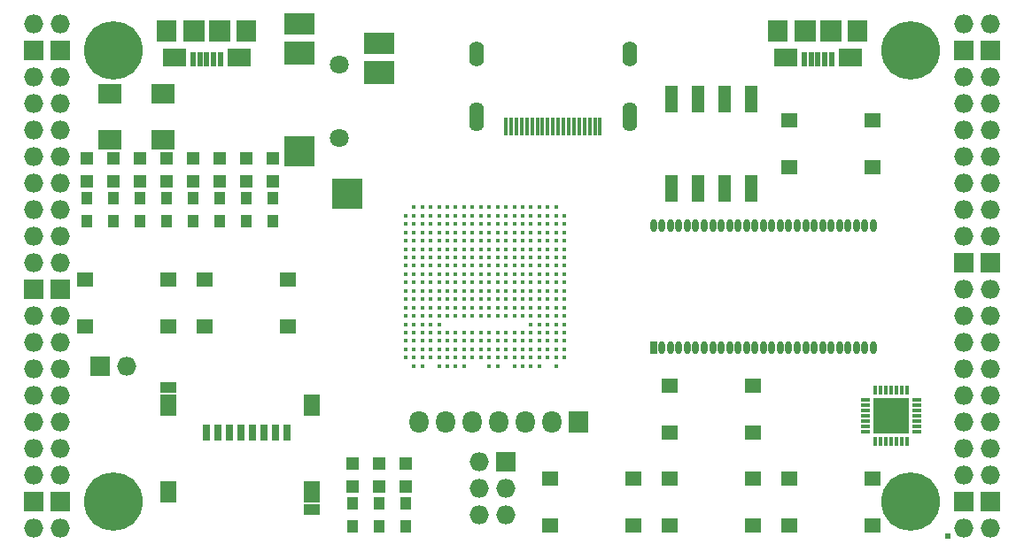
<source format=gts>
G04 #@! TF.FileFunction,Soldermask,Top*
%FSLAX46Y46*%
G04 Gerber Fmt 4.6, Leading zero omitted, Abs format (unit mm)*
G04 Created by KiCad (PCBNEW 4.0.7+dfsg1-1) date Sat Dec  9 02:02:02 2017*
%MOMM*%
%LPD*%
G01*
G04 APERTURE LIST*
%ADD10C,0.100000*%
%ADD11O,1.827200X1.827200*%
%ADD12R,1.827200X1.827200*%
%ADD13R,0.600000X0.600000*%
%ADD14C,5.600000*%
%ADD15R,1.000000X1.300000*%
%ADD16R,2.200000X1.700000*%
%ADD17R,2.000000X2.000000*%
%ADD18R,0.500000X1.450000*%
%ADD19R,1.900000X2.000000*%
%ADD20O,0.950000X0.400000*%
%ADD21O,0.400000X0.950000*%
%ADD22R,1.775000X1.775000*%
%ADD23R,1.827200X2.132000*%
%ADD24O,1.827200X2.132000*%
%ADD25R,1.650000X1.400000*%
%ADD26R,1.220000X2.540000*%
%ADD27C,0.430000*%
%ADD28R,1.300000X1.300000*%
%ADD29R,2.900000X2.100000*%
%ADD30R,2.900000X2.300000*%
%ADD31R,2.900000X2.900000*%
%ADD32C,1.800000*%
%ADD33O,1.400000X2.800000*%
%ADD34O,1.400000X2.400000*%
%ADD35R,0.350000X1.700000*%
%ADD36O,0.660000X1.200000*%
%ADD37R,0.660000X1.200000*%
%ADD38R,0.800000X1.600000*%
%ADD39R,1.550000X1.000000*%
%ADD40R,1.550000X2.100000*%
%ADD41R,2.300000X1.900000*%
G04 APERTURE END LIST*
D10*
D11*
X97910000Y-62690000D03*
X95370000Y-62690000D03*
D12*
X97910000Y-65230000D03*
X95370000Y-65230000D03*
D11*
X97910000Y-67770000D03*
X95370000Y-67770000D03*
X97910000Y-70310000D03*
X95370000Y-70310000D03*
X97910000Y-72850000D03*
X95370000Y-72850000D03*
X97910000Y-75390000D03*
X95370000Y-75390000D03*
X97910000Y-77930000D03*
X95370000Y-77930000D03*
X97910000Y-80470000D03*
X95370000Y-80470000D03*
X97910000Y-83010000D03*
X95370000Y-83010000D03*
X97910000Y-85550000D03*
X95370000Y-85550000D03*
D12*
X97910000Y-88090000D03*
X95370000Y-88090000D03*
D11*
X97910000Y-90630000D03*
X95370000Y-90630000D03*
X97910000Y-93170000D03*
X95370000Y-93170000D03*
X97910000Y-95710000D03*
X95370000Y-95710000D03*
X97910000Y-98250000D03*
X95370000Y-98250000D03*
X97910000Y-100790000D03*
X95370000Y-100790000D03*
X97910000Y-103330000D03*
X95370000Y-103330000D03*
X97910000Y-105870000D03*
X95370000Y-105870000D03*
D12*
X97910000Y-108410000D03*
X95370000Y-108410000D03*
D11*
X97910000Y-110950000D03*
X95370000Y-110950000D03*
D13*
X182675150Y-111637626D03*
D11*
X184270000Y-110950000D03*
X186810000Y-110950000D03*
D12*
X184270000Y-108410000D03*
X186810000Y-108410000D03*
D11*
X184270000Y-105870000D03*
X186810000Y-105870000D03*
X184270000Y-103330000D03*
X186810000Y-103330000D03*
X184270000Y-100790000D03*
X186810000Y-100790000D03*
X184270000Y-98250000D03*
X186810000Y-98250000D03*
X184270000Y-95710000D03*
X186810000Y-95710000D03*
X184270000Y-93170000D03*
X186810000Y-93170000D03*
X184270000Y-90630000D03*
X186810000Y-90630000D03*
X184270000Y-88090000D03*
X186810000Y-88090000D03*
D12*
X184270000Y-85550000D03*
X186810000Y-85550000D03*
D11*
X184270000Y-83010000D03*
X186810000Y-83010000D03*
X184270000Y-80470000D03*
X186810000Y-80470000D03*
X184270000Y-77930000D03*
X186810000Y-77930000D03*
X184270000Y-75390000D03*
X186810000Y-75390000D03*
X184270000Y-72850000D03*
X186810000Y-72850000D03*
X184270000Y-70310000D03*
X186810000Y-70310000D03*
X184270000Y-67770000D03*
X186810000Y-67770000D03*
D12*
X184270000Y-65230000D03*
X186810000Y-65230000D03*
D11*
X184270000Y-62690000D03*
X186810000Y-62690000D03*
D14*
X102990000Y-108410000D03*
X179190000Y-108410000D03*
X179190000Y-65230000D03*
X102990000Y-65230000D03*
D12*
X101720000Y-95456000D03*
D11*
X104260000Y-95456000D03*
D15*
X128390000Y-108580000D03*
X128390000Y-110780000D03*
X130930000Y-110780000D03*
X130930000Y-108580000D03*
D16*
X114980000Y-65875000D03*
X108780000Y-65875000D03*
D17*
X113080000Y-63325000D03*
X110680000Y-63325000D03*
D18*
X113180000Y-66000000D03*
X112530000Y-66000000D03*
X111880000Y-66000000D03*
X111230000Y-66000000D03*
X110580000Y-66000000D03*
D19*
X115680000Y-63325000D03*
X108080000Y-63325000D03*
D16*
X173400000Y-65875000D03*
X167200000Y-65875000D03*
D17*
X171500000Y-63325000D03*
X169100000Y-63325000D03*
D18*
X171600000Y-66000000D03*
X170950000Y-66000000D03*
X170300000Y-66000000D03*
X169650000Y-66000000D03*
X169000000Y-66000000D03*
D19*
X174100000Y-63325000D03*
X166500000Y-63325000D03*
D12*
X140455000Y-104600000D03*
D11*
X137915000Y-104600000D03*
X140455000Y-107140000D03*
X137915000Y-107140000D03*
X140455000Y-109680000D03*
X137915000Y-109680000D03*
D15*
X118230000Y-81570000D03*
X118230000Y-79370000D03*
X115690000Y-81570000D03*
X115690000Y-79370000D03*
X113150000Y-81570000D03*
X113150000Y-79370000D03*
X110610000Y-81570000D03*
X110610000Y-79370000D03*
X108070000Y-81570000D03*
X108070000Y-79370000D03*
X105530000Y-81570000D03*
X105530000Y-79370000D03*
X102990000Y-81570000D03*
X102990000Y-79370000D03*
X100450000Y-81570000D03*
X100450000Y-79370000D03*
D20*
X179735000Y-101655000D03*
X179735000Y-101155000D03*
X179735000Y-100655000D03*
X179735000Y-100155000D03*
X179735000Y-99655000D03*
X179735000Y-99155000D03*
X179735000Y-98655000D03*
D21*
X178785000Y-97705000D03*
X178285000Y-97705000D03*
X177785000Y-97705000D03*
X177285000Y-97705000D03*
X176785000Y-97705000D03*
X176285000Y-97705000D03*
X175785000Y-97705000D03*
D20*
X174835000Y-98655000D03*
X174835000Y-99155000D03*
X174835000Y-99655000D03*
X174835000Y-100155000D03*
X174835000Y-100655000D03*
X174835000Y-101155000D03*
X174835000Y-101655000D03*
D21*
X175785000Y-102605000D03*
X176285000Y-102605000D03*
X176785000Y-102605000D03*
X177285000Y-102605000D03*
X177785000Y-102605000D03*
X178285000Y-102605000D03*
X178785000Y-102605000D03*
D22*
X176447500Y-99317500D03*
X176447500Y-100992500D03*
X178122500Y-99317500D03*
X178122500Y-100992500D03*
D23*
X147440000Y-100790000D03*
D24*
X144900000Y-100790000D03*
X142360000Y-100790000D03*
X139820000Y-100790000D03*
X137280000Y-100790000D03*
X134740000Y-100790000D03*
X132200000Y-100790000D03*
D25*
X175550000Y-71870000D03*
X175550000Y-76370000D03*
X167590000Y-76370000D03*
X167590000Y-71870000D03*
X100280000Y-91610000D03*
X100280000Y-87110000D03*
X108240000Y-87110000D03*
X108240000Y-91610000D03*
X111710000Y-91610000D03*
X111710000Y-87110000D03*
X119670000Y-87110000D03*
X119670000Y-91610000D03*
X156160000Y-101770000D03*
X156160000Y-97270000D03*
X164120000Y-97270000D03*
X164120000Y-101770000D03*
X164120000Y-106160000D03*
X164120000Y-110660000D03*
X156160000Y-110660000D03*
X156160000Y-106160000D03*
X152690000Y-106160000D03*
X152690000Y-110660000D03*
X144730000Y-110660000D03*
X144730000Y-106160000D03*
X175550000Y-106160000D03*
X175550000Y-110660000D03*
X167590000Y-110660000D03*
X167590000Y-106160000D03*
D26*
X156330000Y-78425000D03*
X163950000Y-69815000D03*
X158870000Y-78425000D03*
X161410000Y-69815000D03*
X161410000Y-78425000D03*
X158870000Y-69815000D03*
X163950000Y-78425000D03*
X156330000Y-69815000D03*
D27*
X131680000Y-80200000D03*
X132480000Y-80200000D03*
X133280000Y-80200000D03*
X134080000Y-80200000D03*
X134880000Y-80200000D03*
X135680000Y-80200000D03*
X136480000Y-80200000D03*
X137280000Y-80200000D03*
X138080000Y-80200000D03*
X138880000Y-80200000D03*
X139680000Y-80200000D03*
X140480000Y-80200000D03*
X141280000Y-80200000D03*
X142080000Y-80200000D03*
X142880000Y-80200000D03*
X143680000Y-80200000D03*
X144480000Y-80200000D03*
X145280000Y-80200000D03*
X130880000Y-81000000D03*
X131680000Y-81000000D03*
X132480000Y-81000000D03*
X133280000Y-81000000D03*
X134080000Y-81000000D03*
X134880000Y-81000000D03*
X135680000Y-81000000D03*
X136480000Y-81000000D03*
X137280000Y-81000000D03*
X138080000Y-81000000D03*
X138880000Y-81000000D03*
X139680000Y-81000000D03*
X140480000Y-81000000D03*
X141280000Y-81000000D03*
X142080000Y-81000000D03*
X142880000Y-81000000D03*
X143680000Y-81000000D03*
X144480000Y-81000000D03*
X145280000Y-81000000D03*
X146080000Y-81000000D03*
X130880000Y-81800000D03*
X131680000Y-81800000D03*
X132480000Y-81800000D03*
X133280000Y-81800000D03*
X134080000Y-81800000D03*
X134880000Y-81800000D03*
X135680000Y-81800000D03*
X136480000Y-81800000D03*
X137280000Y-81800000D03*
X138080000Y-81800000D03*
X138880000Y-81800000D03*
X139680000Y-81800000D03*
X140480000Y-81800000D03*
X141280000Y-81800000D03*
X142080000Y-81800000D03*
X142880000Y-81800000D03*
X143680000Y-81800000D03*
X144480000Y-81800000D03*
X145280000Y-81800000D03*
X146080000Y-81800000D03*
X130880000Y-82600000D03*
X131680000Y-82600000D03*
X132480000Y-82600000D03*
X133280000Y-82600000D03*
X134080000Y-82600000D03*
X134880000Y-82600000D03*
X135680000Y-82600000D03*
X136480000Y-82600000D03*
X137280000Y-82600000D03*
X138080000Y-82600000D03*
X138880000Y-82600000D03*
X139680000Y-82600000D03*
X140480000Y-82600000D03*
X141280000Y-82600000D03*
X142080000Y-82600000D03*
X142880000Y-82600000D03*
X143680000Y-82600000D03*
X144480000Y-82600000D03*
X145280000Y-82600000D03*
X146080000Y-82600000D03*
X130880000Y-83400000D03*
X131680000Y-83400000D03*
X132480000Y-83400000D03*
X133280000Y-83400000D03*
X134080000Y-83400000D03*
X134880000Y-83400000D03*
X135680000Y-83400000D03*
X136480000Y-83400000D03*
X137280000Y-83400000D03*
X138080000Y-83400000D03*
X138880000Y-83400000D03*
X139680000Y-83400000D03*
X140480000Y-83400000D03*
X141280000Y-83400000D03*
X142080000Y-83400000D03*
X142880000Y-83400000D03*
X143680000Y-83400000D03*
X144480000Y-83400000D03*
X145280000Y-83400000D03*
X146080000Y-83400000D03*
X130880000Y-84200000D03*
X131680000Y-84200000D03*
X132480000Y-84200000D03*
X133280000Y-84200000D03*
X134080000Y-84200000D03*
X134880000Y-84200000D03*
X135680000Y-84200000D03*
X136480000Y-84200000D03*
X137280000Y-84200000D03*
X138080000Y-84200000D03*
X138880000Y-84200000D03*
X139680000Y-84200000D03*
X140480000Y-84200000D03*
X141280000Y-84200000D03*
X142080000Y-84200000D03*
X142880000Y-84200000D03*
X143680000Y-84200000D03*
X144480000Y-84200000D03*
X145280000Y-84200000D03*
X146080000Y-84200000D03*
X130880000Y-85000000D03*
X131680000Y-85000000D03*
X132480000Y-85000000D03*
X133280000Y-85000000D03*
X134080000Y-85000000D03*
X134880000Y-85000000D03*
X135680000Y-85000000D03*
X136480000Y-85000000D03*
X137280000Y-85000000D03*
X138080000Y-85000000D03*
X138880000Y-85000000D03*
X139680000Y-85000000D03*
X140480000Y-85000000D03*
X141280000Y-85000000D03*
X142080000Y-85000000D03*
X142880000Y-85000000D03*
X143680000Y-85000000D03*
X144480000Y-85000000D03*
X145280000Y-85000000D03*
X146080000Y-85000000D03*
X130880000Y-85800000D03*
X131680000Y-85800000D03*
X132480000Y-85800000D03*
X133280000Y-85800000D03*
X134080000Y-85800000D03*
X134880000Y-85800000D03*
X135680000Y-85800000D03*
X136480000Y-85800000D03*
X137280000Y-85800000D03*
X138080000Y-85800000D03*
X138880000Y-85800000D03*
X139680000Y-85800000D03*
X140480000Y-85800000D03*
X141280000Y-85800000D03*
X142080000Y-85800000D03*
X142880000Y-85800000D03*
X143680000Y-85800000D03*
X144480000Y-85800000D03*
X145280000Y-85800000D03*
X146080000Y-85800000D03*
X130880000Y-86600000D03*
X131680000Y-86600000D03*
X132480000Y-86600000D03*
X133280000Y-86600000D03*
X134080000Y-86600000D03*
X134880000Y-86600000D03*
X135680000Y-86600000D03*
X136480000Y-86600000D03*
X137280000Y-86600000D03*
X138080000Y-86600000D03*
X138880000Y-86600000D03*
X139680000Y-86600000D03*
X140480000Y-86600000D03*
X141280000Y-86600000D03*
X142080000Y-86600000D03*
X142880000Y-86600000D03*
X143680000Y-86600000D03*
X144480000Y-86600000D03*
X145280000Y-86600000D03*
X146080000Y-86600000D03*
X130880000Y-87400000D03*
X131680000Y-87400000D03*
X132480000Y-87400000D03*
X133280000Y-87400000D03*
X134080000Y-87400000D03*
X134880000Y-87400000D03*
X135680000Y-87400000D03*
X136480000Y-87400000D03*
X137280000Y-87400000D03*
X138080000Y-87400000D03*
X138880000Y-87400000D03*
X139680000Y-87400000D03*
X140480000Y-87400000D03*
X141280000Y-87400000D03*
X142080000Y-87400000D03*
X142880000Y-87400000D03*
X143680000Y-87400000D03*
X144480000Y-87400000D03*
X145280000Y-87400000D03*
X146080000Y-87400000D03*
X130880000Y-88200000D03*
X131680000Y-88200000D03*
X132480000Y-88200000D03*
X133280000Y-88200000D03*
X134080000Y-88200000D03*
X134880000Y-88200000D03*
X135680000Y-88200000D03*
X136480000Y-88200000D03*
X137280000Y-88200000D03*
X138080000Y-88200000D03*
X138880000Y-88200000D03*
X139680000Y-88200000D03*
X140480000Y-88200000D03*
X141280000Y-88200000D03*
X142080000Y-88200000D03*
X142880000Y-88200000D03*
X143680000Y-88200000D03*
X144480000Y-88200000D03*
X145280000Y-88200000D03*
X146080000Y-88200000D03*
X130880000Y-89000000D03*
X131680000Y-89000000D03*
X132480000Y-89000000D03*
X133280000Y-89000000D03*
X134080000Y-89000000D03*
X134880000Y-89000000D03*
X135680000Y-89000000D03*
X136480000Y-89000000D03*
X137280000Y-89000000D03*
X138080000Y-89000000D03*
X138880000Y-89000000D03*
X139680000Y-89000000D03*
X140480000Y-89000000D03*
X141280000Y-89000000D03*
X142080000Y-89000000D03*
X142880000Y-89000000D03*
X143680000Y-89000000D03*
X144480000Y-89000000D03*
X145280000Y-89000000D03*
X146080000Y-89000000D03*
X130880000Y-89800000D03*
X131680000Y-89800000D03*
X132480000Y-89800000D03*
X133280000Y-89800000D03*
X134080000Y-89800000D03*
X134880000Y-89800000D03*
X135680000Y-89800000D03*
X136480000Y-89800000D03*
X137280000Y-89800000D03*
X138080000Y-89800000D03*
X138880000Y-89800000D03*
X139680000Y-89800000D03*
X140480000Y-89800000D03*
X141280000Y-89800000D03*
X142080000Y-89800000D03*
X142880000Y-89800000D03*
X143680000Y-89800000D03*
X144480000Y-89800000D03*
X145280000Y-89800000D03*
X146080000Y-89800000D03*
X130880000Y-90600000D03*
X131680000Y-90600000D03*
X132480000Y-90600000D03*
X133280000Y-90600000D03*
X134080000Y-90600000D03*
X134880000Y-90600000D03*
X135680000Y-90600000D03*
X136480000Y-90600000D03*
X137280000Y-90600000D03*
X138080000Y-90600000D03*
X138880000Y-90600000D03*
X139680000Y-90600000D03*
X140480000Y-90600000D03*
X141280000Y-90600000D03*
X142080000Y-90600000D03*
X142880000Y-90600000D03*
X143680000Y-90600000D03*
X144480000Y-90600000D03*
X145280000Y-90600000D03*
X146080000Y-90600000D03*
X130880000Y-91400000D03*
X131680000Y-91400000D03*
X132480000Y-91400000D03*
X133280000Y-91400000D03*
X134080000Y-91400000D03*
X142880000Y-91400000D03*
X143680000Y-91400000D03*
X144480000Y-91400000D03*
X145280000Y-91400000D03*
X146080000Y-91400000D03*
X130880000Y-92200000D03*
X131680000Y-92200000D03*
X132480000Y-92200000D03*
X133280000Y-92200000D03*
X134080000Y-92200000D03*
X134880000Y-92200000D03*
X135680000Y-92200000D03*
X136480000Y-92200000D03*
X137280000Y-92200000D03*
X138080000Y-92200000D03*
X138880000Y-92200000D03*
X139680000Y-92200000D03*
X140480000Y-92200000D03*
X141280000Y-92200000D03*
X142080000Y-92200000D03*
X142880000Y-92200000D03*
X143680000Y-92200000D03*
X144480000Y-92200000D03*
X145280000Y-92200000D03*
X146080000Y-92200000D03*
X130880000Y-93000000D03*
X131680000Y-93000000D03*
X132480000Y-93000000D03*
X133280000Y-93000000D03*
X134080000Y-93000000D03*
X134880000Y-93000000D03*
X135680000Y-93000000D03*
X136480000Y-93000000D03*
X137280000Y-93000000D03*
X138080000Y-93000000D03*
X138880000Y-93000000D03*
X139680000Y-93000000D03*
X140480000Y-93000000D03*
X141280000Y-93000000D03*
X142080000Y-93000000D03*
X142880000Y-93000000D03*
X143680000Y-93000000D03*
X144480000Y-93000000D03*
X145280000Y-93000000D03*
X146080000Y-93000000D03*
X130880000Y-93800000D03*
X131680000Y-93800000D03*
X132480000Y-93800000D03*
X133280000Y-93800000D03*
X134080000Y-93800000D03*
X134880000Y-93800000D03*
X135680000Y-93800000D03*
X136480000Y-93800000D03*
X137280000Y-93800000D03*
X138080000Y-93800000D03*
X138880000Y-93800000D03*
X139680000Y-93800000D03*
X140480000Y-93800000D03*
X141280000Y-93800000D03*
X142080000Y-93800000D03*
X142880000Y-93800000D03*
X143680000Y-93800000D03*
X144480000Y-93800000D03*
X145280000Y-93800000D03*
X146080000Y-93800000D03*
X130880000Y-94600000D03*
X131680000Y-94600000D03*
X132480000Y-94600000D03*
X133280000Y-94600000D03*
X134080000Y-94600000D03*
X134880000Y-94600000D03*
X135680000Y-94600000D03*
X136480000Y-94600000D03*
X137280000Y-94600000D03*
X138080000Y-94600000D03*
X138880000Y-94600000D03*
X139680000Y-94600000D03*
X140480000Y-94600000D03*
X141280000Y-94600000D03*
X142080000Y-94600000D03*
X142880000Y-94600000D03*
X143680000Y-94600000D03*
X144480000Y-94600000D03*
X145280000Y-94600000D03*
X146080000Y-94600000D03*
X131680000Y-95400000D03*
X132480000Y-95400000D03*
X134080000Y-95400000D03*
X134880000Y-95400000D03*
X135680000Y-95400000D03*
X136480000Y-95400000D03*
X138880000Y-95400000D03*
X139680000Y-95400000D03*
X141280000Y-95400000D03*
X142080000Y-95400000D03*
X142880000Y-95400000D03*
X143680000Y-95400000D03*
X145280000Y-95400000D03*
D28*
X125850000Y-104770000D03*
X125850000Y-106970000D03*
D15*
X125850000Y-108580000D03*
X125850000Y-110780000D03*
D28*
X128390000Y-104770000D03*
X128390000Y-106970000D03*
X118230000Y-77760000D03*
X118230000Y-75560000D03*
X115690000Y-77760000D03*
X115690000Y-75560000D03*
X113150000Y-77760000D03*
X113150000Y-75560000D03*
X110610000Y-77760000D03*
X110610000Y-75560000D03*
X108070000Y-77760000D03*
X108070000Y-75560000D03*
X105530000Y-77760000D03*
X105530000Y-75560000D03*
X102990000Y-77760000D03*
X102990000Y-75560000D03*
X100450000Y-77760000D03*
X100450000Y-75560000D03*
X130930000Y-104770000D03*
X130930000Y-106970000D03*
D29*
X120780000Y-62648000D03*
D30*
X120780000Y-65448000D03*
D31*
X120780000Y-74848000D03*
X125330000Y-78948000D03*
D30*
X128380000Y-67348000D03*
D29*
X128380000Y-64548000D03*
D32*
X124580000Y-66548000D03*
X124580000Y-73548000D03*
D33*
X152280000Y-71550000D03*
X137680000Y-71550000D03*
D34*
X137680000Y-65500000D03*
D35*
X140480000Y-72500000D03*
X140980000Y-72500000D03*
X141480000Y-72500000D03*
X141980000Y-72500000D03*
X142480000Y-72500000D03*
X142980000Y-72500000D03*
X143480000Y-72500000D03*
X143980000Y-72500000D03*
X144480000Y-72500000D03*
X144980000Y-72500000D03*
X145480000Y-72500000D03*
X145980000Y-72500000D03*
X146480000Y-72500000D03*
X146980000Y-72500000D03*
X147480000Y-72500000D03*
X147980000Y-72500000D03*
X148480000Y-72500000D03*
X148980000Y-72500000D03*
X149480000Y-72500000D03*
D34*
X152280000Y-65500000D03*
D36*
X175597000Y-81920000D03*
D37*
X154589000Y-93680000D03*
D36*
X155397000Y-93680000D03*
X156205000Y-93680000D03*
X157013000Y-93680000D03*
X157821000Y-93680000D03*
X158629000Y-93680000D03*
X159437000Y-93680000D03*
X160245000Y-93680000D03*
X161053000Y-93680000D03*
X161861000Y-93680000D03*
X162669000Y-93680000D03*
X163477000Y-93680000D03*
X164285000Y-93680000D03*
X165093000Y-93680000D03*
X165901000Y-93680000D03*
X166709000Y-93680000D03*
X167517000Y-93680000D03*
X168325000Y-93680000D03*
X169133000Y-93680000D03*
X169941000Y-93680000D03*
X170749000Y-93680000D03*
X171557000Y-93680000D03*
X172365000Y-93680000D03*
X173173000Y-93680000D03*
X173981000Y-93680000D03*
X174789000Y-93680000D03*
X175597000Y-93680000D03*
X174789000Y-81920000D03*
X173981000Y-81920000D03*
X173173000Y-81920000D03*
X172365000Y-81920000D03*
X171557000Y-81920000D03*
X170749000Y-81920000D03*
X169941000Y-81920000D03*
X169133000Y-81920000D03*
X168325000Y-81920000D03*
X167517000Y-81920000D03*
X166709000Y-81920000D03*
X165901000Y-81920000D03*
X165093000Y-81920000D03*
X164285000Y-81920000D03*
X163477000Y-81920000D03*
X162669000Y-81920000D03*
X161861000Y-81920000D03*
X161053000Y-81920000D03*
X160245000Y-81920000D03*
X159437000Y-81920000D03*
X158629000Y-81920000D03*
X157821000Y-81920000D03*
X157013000Y-81920000D03*
X156205000Y-81920000D03*
X155397000Y-81920000D03*
X154589000Y-81920000D03*
D38*
X111850000Y-101750000D03*
X112950000Y-101750000D03*
X114050000Y-101750000D03*
X115150000Y-101750000D03*
X116250000Y-101750000D03*
X117350000Y-101750000D03*
X118450000Y-101750000D03*
X119550000Y-101750000D03*
D39*
X108175000Y-97450000D03*
X121925000Y-109150000D03*
D40*
X121925000Y-99150000D03*
X108175000Y-99150000D03*
X108175000Y-107450000D03*
X121925000Y-107450000D03*
D41*
X107664000Y-69380000D03*
X102584000Y-69380000D03*
X102584000Y-73780000D03*
X107664000Y-73780000D03*
M02*

</source>
